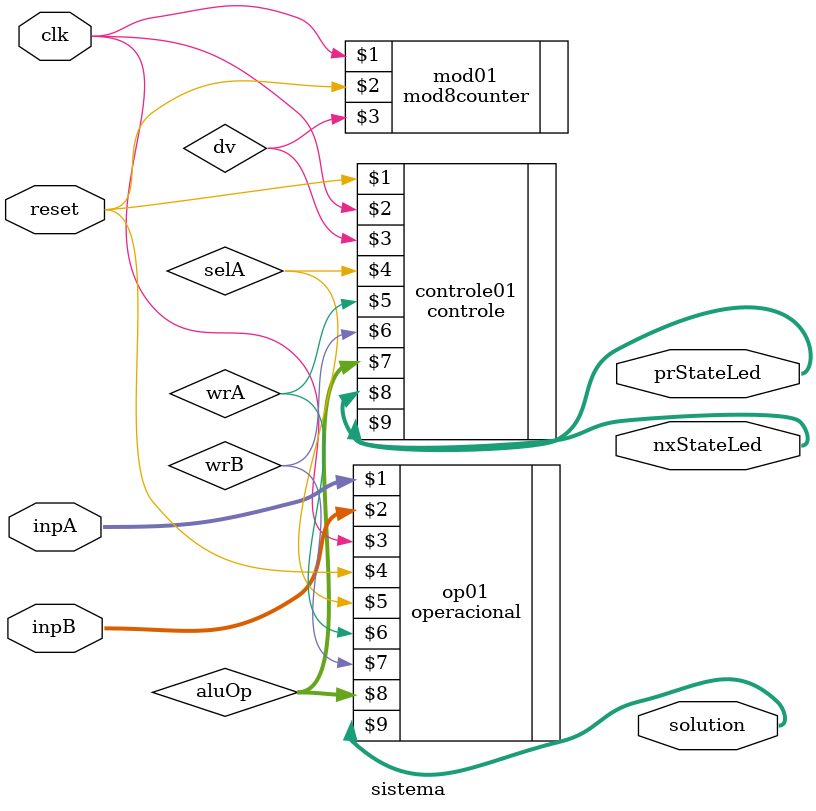
<source format=v>
module sistema (
    input wire clk, reset,
    input wire[3:0] inpA,inpB, 

    output wire[3:0] solution,
    output wire[2:0] prStateLed, nxStateLed
);

    wire dv;
    
    wire selA,wrA,wrB;
    wire[1:0] aluOp;

    controle controle01 (reset, clk, dv, selA, wrA, wrB, aluOp, prStateLed, nxStateLed);

    operacional op01 (inpA, inpB, clk, reset, selA, wrA, wrB, aluOp, solution);

    mod8counter mod01 (clk,reset,dv);


endmodule
</source>
